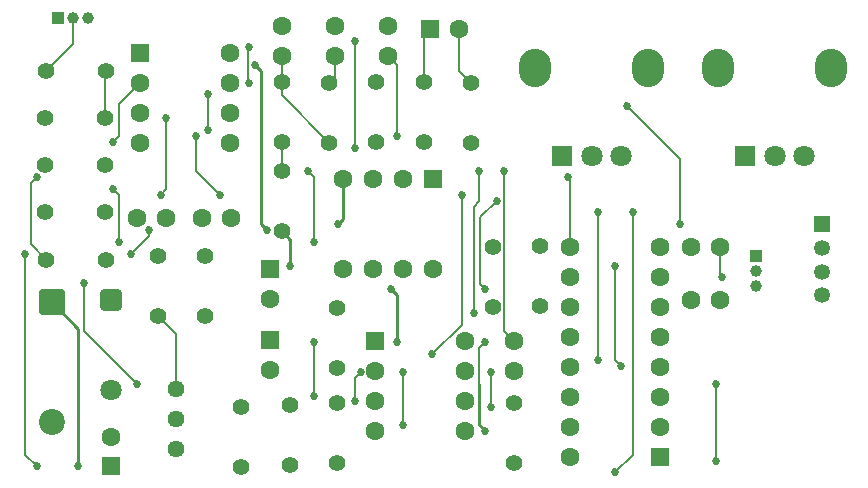
<source format=gbl>
G04 #@! TF.GenerationSoftware,KiCad,Pcbnew,9.0.6*
G04 #@! TF.CreationDate,2025-12-17T23:00:57-08:00*
G04 #@! TF.ProjectId,LichKingChorus,4c696368-4b69-46e6-9743-686f7275732e,rev?*
G04 #@! TF.SameCoordinates,Original*
G04 #@! TF.FileFunction,Copper,L4,Bot*
G04 #@! TF.FilePolarity,Positive*
%FSLAX46Y46*%
G04 Gerber Fmt 4.6, Leading zero omitted, Abs format (unit mm)*
G04 Created by KiCad (PCBNEW 9.0.6) date 2025-12-17 23:00:57*
%MOMM*%
%LPD*%
G01*
G04 APERTURE LIST*
G04 Aperture macros list*
%AMRoundRect*
0 Rectangle with rounded corners*
0 $1 Rounding radius*
0 $2 $3 $4 $5 $6 $7 $8 $9 X,Y pos of 4 corners*
0 Add a 4 corners polygon primitive as box body*
4,1,4,$2,$3,$4,$5,$6,$7,$8,$9,$2,$3,0*
0 Add four circle primitives for the rounded corners*
1,1,$1+$1,$2,$3*
1,1,$1+$1,$4,$5*
1,1,$1+$1,$6,$7*
1,1,$1+$1,$8,$9*
0 Add four rect primitives between the rounded corners*
20,1,$1+$1,$2,$3,$4,$5,0*
20,1,$1+$1,$4,$5,$6,$7,0*
20,1,$1+$1,$6,$7,$8,$9,0*
20,1,$1+$1,$8,$9,$2,$3,0*%
G04 Aperture macros list end*
G04 #@! TA.AperFunction,ComponentPad*
%ADD10R,1.350000X1.350000*%
G04 #@! TD*
G04 #@! TA.AperFunction,ComponentPad*
%ADD11C,1.350000*%
G04 #@! TD*
G04 #@! TA.AperFunction,ComponentPad*
%ADD12C,1.600000*%
G04 #@! TD*
G04 #@! TA.AperFunction,ComponentPad*
%ADD13RoundRect,0.250000X-0.550000X-0.550000X0.550000X-0.550000X0.550000X0.550000X-0.550000X0.550000X0*%
G04 #@! TD*
G04 #@! TA.AperFunction,ComponentPad*
%ADD14C,1.800000*%
G04 #@! TD*
G04 #@! TA.AperFunction,ComponentPad*
%ADD15R,1.800000X1.800000*%
G04 #@! TD*
G04 #@! TA.AperFunction,ComponentPad*
%ADD16O,2.720000X3.240000*%
G04 #@! TD*
G04 #@! TA.AperFunction,ComponentPad*
%ADD17C,1.000000*%
G04 #@! TD*
G04 #@! TA.AperFunction,ComponentPad*
%ADD18R,1.000000X1.000000*%
G04 #@! TD*
G04 #@! TA.AperFunction,ComponentPad*
%ADD19C,1.400000*%
G04 #@! TD*
G04 #@! TA.AperFunction,ComponentPad*
%ADD20RoundRect,0.250000X-0.550000X0.550000X-0.550000X-0.550000X0.550000X-0.550000X0.550000X0.550000X0*%
G04 #@! TD*
G04 #@! TA.AperFunction,ComponentPad*
%ADD21C,1.440000*%
G04 #@! TD*
G04 #@! TA.AperFunction,ComponentPad*
%ADD22RoundRect,0.250000X0.550000X0.550000X-0.550000X0.550000X-0.550000X-0.550000X0.550000X-0.550000X0*%
G04 #@! TD*
G04 #@! TA.AperFunction,ComponentPad*
%ADD23RoundRect,0.249999X-0.850001X0.850001X-0.850001X-0.850001X0.850001X-0.850001X0.850001X0.850001X0*%
G04 #@! TD*
G04 #@! TA.AperFunction,ComponentPad*
%ADD24C,2.200000*%
G04 #@! TD*
G04 #@! TA.AperFunction,ComponentPad*
%ADD25RoundRect,0.250000X-0.650000X0.650000X-0.650000X-0.650000X0.650000X-0.650000X0.650000X0.650000X0*%
G04 #@! TD*
G04 #@! TA.AperFunction,ComponentPad*
%ADD26RoundRect,0.250000X0.550000X-0.550000X0.550000X0.550000X-0.550000X0.550000X-0.550000X-0.550000X0*%
G04 #@! TD*
G04 #@! TA.AperFunction,ViaPad*
%ADD27C,0.685800*%
G04 #@! TD*
G04 #@! TA.AperFunction,Conductor*
%ADD28C,0.127000*%
G04 #@! TD*
G04 #@! TA.AperFunction,Conductor*
%ADD29C,0.254000*%
G04 #@! TD*
G04 APERTURE END LIST*
D10*
X194000000Y-93500000D03*
D11*
X194000000Y-95500000D03*
X194000000Y-97500000D03*
X194000000Y-99500000D03*
D12*
X163275000Y-77000000D03*
D13*
X160775000Y-77000000D03*
D14*
X192500000Y-87725000D03*
X190000000Y-87725000D03*
D15*
X187500000Y-87725000D03*
D16*
X194800000Y-80225000D03*
X185200000Y-80225000D03*
D14*
X177000000Y-87725000D03*
X174500000Y-87725000D03*
D15*
X172000000Y-87725000D03*
D16*
X179300000Y-80225000D03*
X169700000Y-80225000D03*
D17*
X188405000Y-98690000D03*
X188405000Y-97420000D03*
D18*
X188405000Y-96150000D03*
X129275000Y-76000000D03*
D17*
X130545000Y-76000000D03*
X131815000Y-76000000D03*
D12*
X138485000Y-93000000D03*
X135985000Y-93000000D03*
D19*
X128235000Y-92500000D03*
X133315000Y-92500000D03*
D13*
X136235000Y-79000000D03*
D12*
X136235000Y-81540000D03*
X136235000Y-84080000D03*
X136235000Y-86620000D03*
X143855000Y-86620000D03*
X143855000Y-84080000D03*
X143855000Y-81540000D03*
X143855000Y-79000000D03*
D13*
X156155000Y-103380000D03*
D12*
X156155000Y-105920000D03*
X156155000Y-108460000D03*
X156155000Y-111000000D03*
X163775000Y-111000000D03*
X163775000Y-108460000D03*
X163775000Y-105920000D03*
X163775000Y-103380000D03*
D20*
X161085000Y-89695000D03*
D12*
X158545000Y-89695000D03*
X156005000Y-89695000D03*
X153465000Y-89695000D03*
X153465000Y-97315000D03*
X156005000Y-97315000D03*
X158545000Y-97315000D03*
X161085000Y-97315000D03*
D21*
X139275000Y-107460000D03*
X139275000Y-110000000D03*
X139275000Y-112540000D03*
D19*
X166155000Y-100500000D03*
X166155000Y-95420000D03*
X170155000Y-100460000D03*
X170155000Y-95380000D03*
X133395000Y-80500000D03*
X128315000Y-80500000D03*
X164275000Y-86580000D03*
X164275000Y-81500000D03*
X160275000Y-86540000D03*
X160275000Y-81460000D03*
X156275000Y-81420000D03*
X156275000Y-86500000D03*
X152275000Y-86580000D03*
X152275000Y-81500000D03*
X148275000Y-86540000D03*
X148275000Y-81460000D03*
X148275000Y-94080000D03*
X148275000Y-89000000D03*
X152960000Y-105650000D03*
X152960000Y-100570000D03*
X152960000Y-113730000D03*
X152960000Y-108650000D03*
X167960000Y-113690000D03*
X167960000Y-108610000D03*
X148960000Y-113920000D03*
X148960000Y-108840000D03*
X128235000Y-84500000D03*
X133315000Y-84500000D03*
X128235000Y-88500000D03*
X133315000Y-88500000D03*
X128315000Y-96500000D03*
X133395000Y-96500000D03*
X141775000Y-96225000D03*
X141775000Y-101305000D03*
X144775000Y-108960000D03*
X144775000Y-114040000D03*
X137775000Y-96185000D03*
X137775000Y-101265000D03*
D22*
X180275000Y-113200000D03*
D12*
X180275000Y-110660000D03*
X180275000Y-108120000D03*
X180275000Y-105580000D03*
X180275000Y-103040000D03*
X180275000Y-100500000D03*
X180275000Y-97960000D03*
X180275000Y-95420000D03*
X172655000Y-95420000D03*
X172655000Y-97960000D03*
X172655000Y-100500000D03*
X172655000Y-103040000D03*
X172655000Y-105580000D03*
X172655000Y-108120000D03*
X172655000Y-110660000D03*
X172655000Y-113200000D03*
D23*
X128775000Y-100110000D03*
D24*
X128775000Y-110270000D03*
D25*
X133775000Y-99880000D03*
D14*
X133775000Y-107500000D03*
D12*
X185405000Y-95420000D03*
X182905000Y-95420000D03*
X182905000Y-99920000D03*
X185405000Y-99920000D03*
X152775000Y-79250000D03*
X152775000Y-76750000D03*
X157275000Y-79250000D03*
X157275000Y-76750000D03*
X148275000Y-79250000D03*
X148275000Y-76750000D03*
X167960000Y-105900000D03*
X167960000Y-103400000D03*
X141485000Y-93000000D03*
X143985000Y-93000000D03*
D20*
X147275000Y-97294888D03*
D12*
X147275000Y-99794888D03*
D26*
X133775000Y-114000000D03*
D12*
X133775000Y-111500000D03*
D20*
X147275000Y-103294888D03*
D12*
X147275000Y-105794888D03*
D27*
X126500000Y-96000000D03*
X177500000Y-83500000D03*
X182000000Y-93500000D03*
X127500000Y-114000000D03*
X185000000Y-113500000D03*
X185000000Y-107000000D03*
X165000000Y-89000000D03*
X172500000Y-89500000D03*
X167119500Y-89000000D03*
X176500000Y-114500000D03*
X178000000Y-92500000D03*
X165500000Y-99000000D03*
X166500000Y-91500000D03*
X164500000Y-101000000D03*
X161000000Y-104500000D03*
X163500000Y-91000000D03*
X145500000Y-81500000D03*
X145500000Y-78500000D03*
X154500000Y-78000000D03*
X154500000Y-87000000D03*
X158000000Y-86000000D03*
X150500000Y-89000000D03*
X151000000Y-95000000D03*
X185500000Y-98000000D03*
X142000000Y-82500000D03*
X142000000Y-85500000D03*
X143000000Y-91000000D03*
X141000000Y-86000000D03*
X134000000Y-86500000D03*
X138500000Y-84500000D03*
X138000000Y-91000000D03*
X135500000Y-96000000D03*
X137000000Y-94000000D03*
X134000000Y-90500000D03*
X134500000Y-95000000D03*
X175000000Y-92500000D03*
X175000000Y-105000000D03*
X177000000Y-105500000D03*
X176500000Y-97000000D03*
X147000000Y-94000000D03*
X146000000Y-80000000D03*
X153000000Y-93500000D03*
X165500000Y-103500000D03*
X165500000Y-111000000D03*
X158000000Y-103500000D03*
X157500000Y-99000000D03*
X166000000Y-109000000D03*
X166000000Y-106000000D03*
X158500000Y-106000000D03*
X158500000Y-110500000D03*
X154500000Y-108500000D03*
X155000000Y-106000000D03*
X151000000Y-108000000D03*
X151000000Y-103500000D03*
X127500000Y-89500000D03*
X149000000Y-97000000D03*
X131500000Y-98500000D03*
X136000000Y-107000000D03*
X131000000Y-114000000D03*
D28*
X182000000Y-88000000D02*
X177500000Y-83500000D01*
X182000000Y-93500000D02*
X182000000Y-88000000D01*
X185000000Y-107000000D02*
X185000000Y-113500000D01*
X165000000Y-89000000D02*
X165000000Y-91500000D01*
X172500000Y-89500000D02*
X172655000Y-89655000D01*
X172655000Y-89655000D02*
X172655000Y-95420000D01*
X167119500Y-89000000D02*
X167119500Y-102559500D01*
D29*
X165000000Y-110500000D02*
X165000000Y-107000000D01*
X165440400Y-110940400D02*
X165000000Y-110500000D01*
D28*
X165000000Y-104000000D02*
X165500000Y-103500000D01*
X165000000Y-107000000D02*
X165000000Y-104000000D01*
X178000000Y-92500000D02*
X178000000Y-113000000D01*
X178000000Y-113000000D02*
X176500000Y-114500000D01*
X165082383Y-98582383D02*
X165500000Y-99000000D01*
X166500000Y-91500000D02*
X165082383Y-92917617D01*
X165082383Y-92917617D02*
X165082383Y-98582383D01*
X165000000Y-91500000D02*
X164500000Y-92000000D01*
X164500000Y-92000000D02*
X164500000Y-101000000D01*
X163500000Y-102000000D02*
X161000000Y-104500000D01*
X163500000Y-91000000D02*
X163500000Y-102000000D01*
X130545000Y-78270000D02*
X130545000Y-76000000D01*
X128315000Y-80500000D02*
X130545000Y-78270000D01*
X145440400Y-78559600D02*
X145440400Y-81440400D01*
X145440400Y-81440400D02*
X145500000Y-81500000D01*
X145500000Y-78500000D02*
X145440400Y-78559600D01*
X160275000Y-77500000D02*
X160775000Y-77000000D01*
X160275000Y-81460000D02*
X160275000Y-77500000D01*
X163275000Y-80500000D02*
X163275000Y-77000000D01*
X164275000Y-81500000D02*
X163275000Y-80500000D01*
X152775000Y-81000000D02*
X152275000Y-81500000D01*
X152775000Y-79250000D02*
X152775000Y-81000000D01*
X148275000Y-82580000D02*
X152275000Y-86580000D01*
X148275000Y-81460000D02*
X148275000Y-82580000D01*
X148275000Y-79250000D02*
X148275000Y-81460000D01*
X154500000Y-87000000D02*
X154500000Y-78000000D01*
X158000000Y-79975000D02*
X157275000Y-79250000D01*
X158000000Y-86000000D02*
X158000000Y-79975000D01*
X151000000Y-89500000D02*
X150500000Y-89000000D01*
X151000000Y-95000000D02*
X151000000Y-89500000D01*
X185500000Y-98000000D02*
X185405000Y-97905000D01*
X185405000Y-97905000D02*
X185405000Y-95420000D01*
X139275000Y-102765000D02*
X137775000Y-101265000D01*
X139275000Y-107460000D02*
X139275000Y-102765000D01*
X133315000Y-80580000D02*
X133395000Y-80500000D01*
X133315000Y-84500000D02*
X133315000Y-80580000D01*
X148275000Y-86540000D02*
X148275000Y-89000000D01*
X142000000Y-85500000D02*
X142000000Y-82500000D01*
X141000000Y-89000000D02*
X143000000Y-91000000D01*
X141000000Y-86000000D02*
X141000000Y-89000000D01*
X134500000Y-86000000D02*
X134500000Y-83275000D01*
X134000000Y-86500000D02*
X134500000Y-86000000D01*
X134500000Y-83275000D02*
X136235000Y-81540000D01*
X138500000Y-90500000D02*
X138500000Y-84500000D01*
X138000000Y-91000000D02*
X138500000Y-90500000D01*
X137000000Y-94000000D02*
X137000000Y-94500000D01*
X137000000Y-94500000D02*
X135500000Y-96000000D01*
X134500000Y-95000000D02*
X134500000Y-91000000D01*
X134500000Y-91000000D02*
X134000000Y-90500000D01*
X175000000Y-105000000D02*
X175000000Y-92500000D01*
X176500000Y-105000000D02*
X177000000Y-105500000D01*
X176500000Y-97000000D02*
X176500000Y-105000000D01*
D29*
X146500000Y-93500000D02*
X146500000Y-80500000D01*
X146500000Y-80500000D02*
X146000000Y-80000000D01*
X147000000Y-94000000D02*
X146500000Y-93500000D01*
X153465000Y-93035000D02*
X153465000Y-89695000D01*
X153000000Y-93500000D02*
X153465000Y-93035000D01*
D28*
X165500000Y-111000000D02*
X165440400Y-110940400D01*
D29*
X158000000Y-99500000D02*
X157500000Y-99000000D01*
X158000000Y-103500000D02*
X158000000Y-99500000D01*
D28*
X166000000Y-109000000D02*
X166000000Y-106000000D01*
X158500000Y-110500000D02*
X158500000Y-106000000D01*
X154500000Y-106500000D02*
X154500000Y-108500000D01*
X155000000Y-106000000D02*
X154500000Y-106500000D01*
X151000000Y-108000000D02*
X151000000Y-103500000D01*
X127000000Y-95185000D02*
X128315000Y-96500000D01*
X127500000Y-89500000D02*
X127000000Y-90000000D01*
X127000000Y-90000000D02*
X127000000Y-95185000D01*
D29*
X149000000Y-94805000D02*
X148275000Y-94080000D01*
X149000000Y-97000000D02*
X149000000Y-94805000D01*
D28*
X131500000Y-98500000D02*
X131500000Y-102500000D01*
X131500000Y-102500000D02*
X136000000Y-107000000D01*
D29*
X131000000Y-102335000D02*
X128775000Y-100110000D01*
X131000000Y-114000000D02*
X131000000Y-102335000D01*
D28*
X167119500Y-102559500D02*
X167960000Y-103400000D01*
X127500000Y-114000000D02*
X126500000Y-113000000D01*
X126500000Y-113000000D02*
X126500000Y-96000000D01*
M02*

</source>
